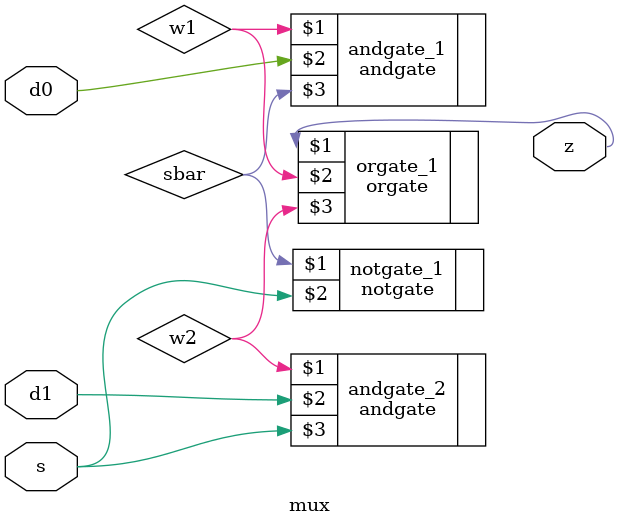
<source format=v>
module mux(z,s,d0,d1);
output z;
input d0,d1,s;
wire w1,w2,sbar;
notgate notgate_1(sbar,s);
andgate andgate_1(w1,d0,sbar);
andgate andgate_2(w2,d1,s);
orgate orgate_1(z,w1,w2);
endmodule

</source>
